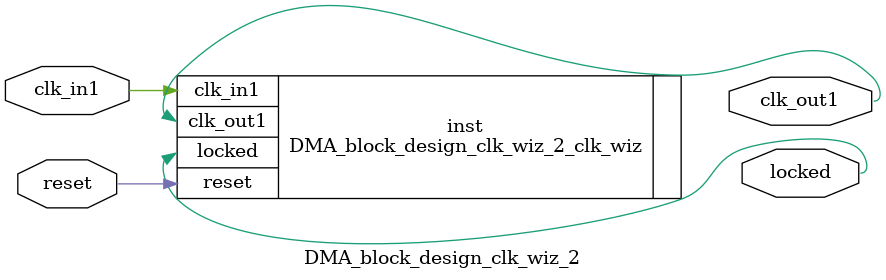
<source format=v>


`timescale 1ps/1ps

(* CORE_GENERATION_INFO = "DMA_block_design_clk_wiz_2,clk_wiz_v6_0_6_0_0,{component_name=DMA_block_design_clk_wiz_2,use_phase_alignment=true,use_min_o_jitter=false,use_max_i_jitter=false,use_dyn_phase_shift=false,use_inclk_switchover=false,use_dyn_reconfig=false,enable_axi=0,feedback_source=FDBK_AUTO,PRIMITIVE=MMCM,num_out_clk=1,clkin1_period=10.000,clkin2_period=10.000,use_power_down=false,use_reset=true,use_locked=true,use_inclk_stopped=false,feedback_type=SINGLE,CLOCK_MGR_TYPE=NA,manual_override=false}" *)

module DMA_block_design_clk_wiz_2 
 (
  // Clock out ports
  output        clk_out1,
  // Status and control signals
  input         reset,
  output        locked,
 // Clock in ports
  input         clk_in1
 );

  DMA_block_design_clk_wiz_2_clk_wiz inst
  (
  // Clock out ports  
  .clk_out1(clk_out1),
  // Status and control signals               
  .reset(reset), 
  .locked(locked),
 // Clock in ports
  .clk_in1(clk_in1)
  );

endmodule

</source>
